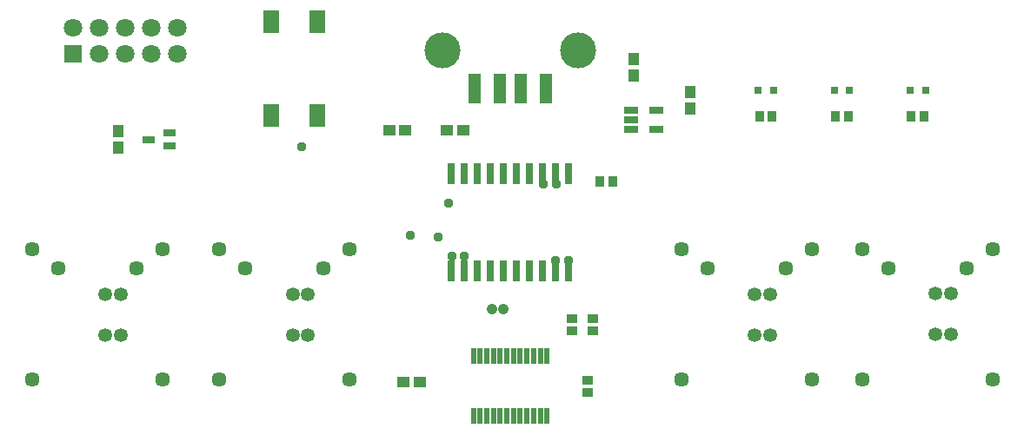
<source format=gts>
G04*
G04 #@! TF.GenerationSoftware,Altium Limited,Altium Designer,21.2.1 (34)*
G04*
G04 Layer_Color=8388736*
%FSLAX25Y25*%
%MOIN*%
G70*
G04*
G04 #@! TF.SameCoordinates,376BEF27-1B36-4492-BBE4-843C7A460007*
G04*
G04*
G04 #@! TF.FilePolarity,Negative*
G04*
G01*
G75*
%ADD16R,0.03150X0.03150*%
%ADD21R,0.03985X0.04758*%
%ADD22R,0.04758X0.03985*%
%ADD24R,0.04921X0.11811*%
%ADD26R,0.03740X0.04331*%
%ADD27R,0.03150X0.08169*%
%ADD28R,0.02362X0.06398*%
%ADD29R,0.05315X0.02953*%
%ADD30R,0.05118X0.02756*%
%ADD31R,0.04331X0.03740*%
%ADD32R,0.06102X0.08858*%
%ADD33C,0.05709*%
%ADD34C,0.05315*%
%ADD35C,0.04173*%
%ADD36C,0.07087*%
%ADD37R,0.07087X0.07087*%
%ADD38C,0.13780*%
%ADD39C,0.03740*%
D16*
X356102Y137402D02*
D03*
X350197D02*
D03*
X326969D02*
D03*
X321063D02*
D03*
X291929Y137402D02*
D03*
X297835D02*
D03*
D21*
X265748Y130308D02*
D03*
Y136621D02*
D03*
X244094Y142906D02*
D03*
Y149220D02*
D03*
X46457Y115249D02*
D03*
Y121563D02*
D03*
D22*
X162212Y25197D02*
D03*
X155898D02*
D03*
X172473Y122047D02*
D03*
X178787D02*
D03*
X150379D02*
D03*
X156693D02*
D03*
D24*
X192913Y137953D02*
D03*
X200787D02*
D03*
X183071D02*
D03*
X210630D02*
D03*
D26*
X350689Y127165D02*
D03*
X355610D02*
D03*
X326476D02*
D03*
X321555D02*
D03*
X297342D02*
D03*
X292421D02*
D03*
X236221Y102362D02*
D03*
X231299D02*
D03*
D27*
X174350Y105165D02*
D03*
X179350D02*
D03*
X184350D02*
D03*
X189350D02*
D03*
X194350D02*
D03*
X199350D02*
D03*
X204350D02*
D03*
X209350D02*
D03*
X214350D02*
D03*
X219350D02*
D03*
Y68063D02*
D03*
X214350D02*
D03*
X209350D02*
D03*
X204350D02*
D03*
X199350D02*
D03*
X194350D02*
D03*
X189350D02*
D03*
X184350D02*
D03*
X179350D02*
D03*
X174350D02*
D03*
D28*
X182776Y35251D02*
D03*
X185335D02*
D03*
X187894D02*
D03*
X190453D02*
D03*
X193012D02*
D03*
X195571D02*
D03*
X198130D02*
D03*
X200689D02*
D03*
X203248D02*
D03*
X205807D02*
D03*
X208366D02*
D03*
X210925D02*
D03*
Y12117D02*
D03*
X208366D02*
D03*
X205807D02*
D03*
X203248D02*
D03*
X200689D02*
D03*
X198130D02*
D03*
X195571D02*
D03*
X193012D02*
D03*
X190453D02*
D03*
X187894D02*
D03*
X185335D02*
D03*
X182776D02*
D03*
D29*
X243110Y129724D02*
D03*
Y125984D02*
D03*
Y122244D02*
D03*
X252953D02*
D03*
Y129724D02*
D03*
D30*
X66142Y115847D02*
D03*
Y120965D02*
D03*
X58268Y118405D02*
D03*
D31*
X226690Y26083D02*
D03*
Y21161D02*
D03*
X220630Y44783D02*
D03*
Y49705D02*
D03*
X228560Y44783D02*
D03*
Y49705D02*
D03*
D32*
X123031Y127756D02*
D03*
Y163583D02*
D03*
X105315Y127756D02*
D03*
Y163583D02*
D03*
D33*
X13409Y76181D02*
D03*
X63409D02*
D03*
X13409Y26181D02*
D03*
X63409D02*
D03*
X23409Y68898D02*
D03*
X53409D02*
D03*
X331828Y76380D02*
D03*
X381828D02*
D03*
X331828Y26381D02*
D03*
X381828D02*
D03*
X341828Y69097D02*
D03*
X371828D02*
D03*
X302402Y68898D02*
D03*
X272402D02*
D03*
X312402Y26181D02*
D03*
X262402D02*
D03*
X312402Y76181D02*
D03*
X262402D02*
D03*
X125236Y68898D02*
D03*
X95236D02*
D03*
X135236Y26181D02*
D03*
X85236D02*
D03*
X135236Y76181D02*
D03*
X85236D02*
D03*
D34*
X47464Y59055D02*
D03*
Y43307D02*
D03*
X41558D02*
D03*
Y59055D02*
D03*
X365883Y59254D02*
D03*
Y43507D02*
D03*
X359978D02*
D03*
Y59254D02*
D03*
X290551Y59055D02*
D03*
Y43307D02*
D03*
X296457D02*
D03*
Y59055D02*
D03*
X113386D02*
D03*
Y43307D02*
D03*
X119291D02*
D03*
Y59055D02*
D03*
D35*
X189764Y53248D02*
D03*
X194095D02*
D03*
D36*
X69055Y161417D02*
D03*
X59055D02*
D03*
X69055Y151417D02*
D03*
X59055D02*
D03*
X49055Y161417D02*
D03*
Y151417D02*
D03*
X29055Y161417D02*
D03*
X39055Y151417D02*
D03*
Y161417D02*
D03*
D37*
X29055Y151417D02*
D03*
D38*
X170984Y152441D02*
D03*
X222716Y152441D02*
D03*
D39*
X219340Y71862D02*
D03*
X214340D02*
D03*
X214469Y101181D02*
D03*
X209449D02*
D03*
X179331Y73524D02*
D03*
X174409D02*
D03*
X169291Y80905D02*
D03*
X158563Y81595D02*
D03*
X117028Y115748D02*
D03*
X173071Y93898D02*
D03*
M02*

</source>
